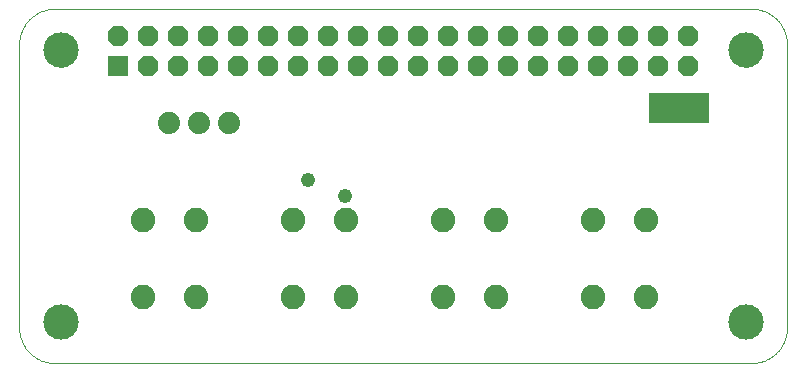
<source format=gbs>
G75*
%MOIN*%
%OFA0B0*%
%FSLAX25Y25*%
%IPPOS*%
%LPD*%
%AMOC8*
5,1,8,0,0,1.08239X$1,22.5*
%
%ADD10R,0.20000X0.10000*%
%ADD11C,0.07400*%
%ADD12C,0.08200*%
%ADD13C,0.00000*%
%ADD14C,0.11824*%
%ADD15R,0.06800X0.06800*%
%ADD16OC8,0.06800*%
%ADD17C,0.04800*%
D10*
X0225000Y0090000D03*
D11*
X0075000Y0085000D03*
X0065000Y0085000D03*
X0055000Y0085000D03*
D12*
X0046100Y0052800D03*
X0063900Y0052800D03*
X0096100Y0052800D03*
X0113900Y0052800D03*
X0146100Y0052800D03*
X0163900Y0052800D03*
X0196100Y0052800D03*
X0213900Y0052800D03*
X0213900Y0027200D03*
X0196100Y0027200D03*
X0163900Y0027200D03*
X0146100Y0027200D03*
X0113900Y0027200D03*
X0096100Y0027200D03*
X0063900Y0027200D03*
X0046100Y0027200D03*
D13*
X0016811Y0005000D02*
X0249094Y0005000D01*
X0249379Y0005003D01*
X0249665Y0005014D01*
X0249950Y0005031D01*
X0250234Y0005055D01*
X0250518Y0005086D01*
X0250801Y0005124D01*
X0251082Y0005169D01*
X0251363Y0005220D01*
X0251643Y0005278D01*
X0251921Y0005343D01*
X0252197Y0005415D01*
X0252471Y0005493D01*
X0252744Y0005578D01*
X0253014Y0005670D01*
X0253282Y0005768D01*
X0253548Y0005872D01*
X0253811Y0005983D01*
X0254071Y0006100D01*
X0254329Y0006223D01*
X0254583Y0006353D01*
X0254834Y0006489D01*
X0255082Y0006630D01*
X0255326Y0006778D01*
X0255567Y0006931D01*
X0255803Y0007091D01*
X0256036Y0007256D01*
X0256265Y0007426D01*
X0256490Y0007602D01*
X0256710Y0007784D01*
X0256926Y0007970D01*
X0257137Y0008162D01*
X0257344Y0008359D01*
X0257546Y0008561D01*
X0257743Y0008768D01*
X0257935Y0008979D01*
X0258121Y0009195D01*
X0258303Y0009415D01*
X0258479Y0009640D01*
X0258649Y0009869D01*
X0258814Y0010102D01*
X0258974Y0010338D01*
X0259127Y0010579D01*
X0259275Y0010823D01*
X0259416Y0011071D01*
X0259552Y0011322D01*
X0259682Y0011576D01*
X0259805Y0011834D01*
X0259922Y0012094D01*
X0260033Y0012357D01*
X0260137Y0012623D01*
X0260235Y0012891D01*
X0260327Y0013161D01*
X0260412Y0013434D01*
X0260490Y0013708D01*
X0260562Y0013984D01*
X0260627Y0014262D01*
X0260685Y0014542D01*
X0260736Y0014823D01*
X0260781Y0015104D01*
X0260819Y0015387D01*
X0260850Y0015671D01*
X0260874Y0015955D01*
X0260891Y0016240D01*
X0260902Y0016526D01*
X0260905Y0016811D01*
X0260906Y0016811D02*
X0260906Y0111299D01*
X0260905Y0111299D02*
X0260902Y0111584D01*
X0260891Y0111870D01*
X0260874Y0112155D01*
X0260850Y0112439D01*
X0260819Y0112723D01*
X0260781Y0113006D01*
X0260736Y0113287D01*
X0260685Y0113568D01*
X0260627Y0113848D01*
X0260562Y0114126D01*
X0260490Y0114402D01*
X0260412Y0114676D01*
X0260327Y0114949D01*
X0260235Y0115219D01*
X0260137Y0115487D01*
X0260033Y0115753D01*
X0259922Y0116016D01*
X0259805Y0116276D01*
X0259682Y0116534D01*
X0259552Y0116788D01*
X0259416Y0117039D01*
X0259275Y0117287D01*
X0259127Y0117531D01*
X0258974Y0117772D01*
X0258814Y0118008D01*
X0258649Y0118241D01*
X0258479Y0118470D01*
X0258303Y0118695D01*
X0258121Y0118915D01*
X0257935Y0119131D01*
X0257743Y0119342D01*
X0257546Y0119549D01*
X0257344Y0119751D01*
X0257137Y0119948D01*
X0256926Y0120140D01*
X0256710Y0120326D01*
X0256490Y0120508D01*
X0256265Y0120684D01*
X0256036Y0120854D01*
X0255803Y0121019D01*
X0255567Y0121179D01*
X0255326Y0121332D01*
X0255082Y0121480D01*
X0254834Y0121621D01*
X0254583Y0121757D01*
X0254329Y0121887D01*
X0254071Y0122010D01*
X0253811Y0122127D01*
X0253548Y0122238D01*
X0253282Y0122342D01*
X0253014Y0122440D01*
X0252744Y0122532D01*
X0252471Y0122617D01*
X0252197Y0122695D01*
X0251921Y0122767D01*
X0251643Y0122832D01*
X0251363Y0122890D01*
X0251082Y0122941D01*
X0250801Y0122986D01*
X0250518Y0123024D01*
X0250234Y0123055D01*
X0249950Y0123079D01*
X0249665Y0123096D01*
X0249379Y0123107D01*
X0249094Y0123110D01*
X0016811Y0123110D01*
X0016526Y0123107D01*
X0016240Y0123096D01*
X0015955Y0123079D01*
X0015671Y0123055D01*
X0015387Y0123024D01*
X0015104Y0122986D01*
X0014823Y0122941D01*
X0014542Y0122890D01*
X0014262Y0122832D01*
X0013984Y0122767D01*
X0013708Y0122695D01*
X0013434Y0122617D01*
X0013161Y0122532D01*
X0012891Y0122440D01*
X0012623Y0122342D01*
X0012357Y0122238D01*
X0012094Y0122127D01*
X0011834Y0122010D01*
X0011576Y0121887D01*
X0011322Y0121757D01*
X0011071Y0121621D01*
X0010823Y0121480D01*
X0010579Y0121332D01*
X0010338Y0121179D01*
X0010102Y0121019D01*
X0009869Y0120854D01*
X0009640Y0120684D01*
X0009415Y0120508D01*
X0009195Y0120326D01*
X0008979Y0120140D01*
X0008768Y0119948D01*
X0008561Y0119751D01*
X0008359Y0119549D01*
X0008162Y0119342D01*
X0007970Y0119131D01*
X0007784Y0118915D01*
X0007602Y0118695D01*
X0007426Y0118470D01*
X0007256Y0118241D01*
X0007091Y0118008D01*
X0006931Y0117772D01*
X0006778Y0117531D01*
X0006630Y0117287D01*
X0006489Y0117039D01*
X0006353Y0116788D01*
X0006223Y0116534D01*
X0006100Y0116276D01*
X0005983Y0116016D01*
X0005872Y0115753D01*
X0005768Y0115487D01*
X0005670Y0115219D01*
X0005578Y0114949D01*
X0005493Y0114676D01*
X0005415Y0114402D01*
X0005343Y0114126D01*
X0005278Y0113848D01*
X0005220Y0113568D01*
X0005169Y0113287D01*
X0005124Y0113006D01*
X0005086Y0112723D01*
X0005055Y0112439D01*
X0005031Y0112155D01*
X0005014Y0111870D01*
X0005003Y0111584D01*
X0005000Y0111299D01*
X0005000Y0016811D01*
X0005003Y0016526D01*
X0005014Y0016240D01*
X0005031Y0015955D01*
X0005055Y0015671D01*
X0005086Y0015387D01*
X0005124Y0015104D01*
X0005169Y0014823D01*
X0005220Y0014542D01*
X0005278Y0014262D01*
X0005343Y0013984D01*
X0005415Y0013708D01*
X0005493Y0013434D01*
X0005578Y0013161D01*
X0005670Y0012891D01*
X0005768Y0012623D01*
X0005872Y0012357D01*
X0005983Y0012094D01*
X0006100Y0011834D01*
X0006223Y0011576D01*
X0006353Y0011322D01*
X0006489Y0011071D01*
X0006630Y0010823D01*
X0006778Y0010579D01*
X0006931Y0010338D01*
X0007091Y0010102D01*
X0007256Y0009869D01*
X0007426Y0009640D01*
X0007602Y0009415D01*
X0007784Y0009195D01*
X0007970Y0008979D01*
X0008162Y0008768D01*
X0008359Y0008561D01*
X0008561Y0008359D01*
X0008768Y0008162D01*
X0008979Y0007970D01*
X0009195Y0007784D01*
X0009415Y0007602D01*
X0009640Y0007426D01*
X0009869Y0007256D01*
X0010102Y0007091D01*
X0010338Y0006931D01*
X0010579Y0006778D01*
X0010823Y0006630D01*
X0011071Y0006489D01*
X0011322Y0006353D01*
X0011576Y0006223D01*
X0011834Y0006100D01*
X0012094Y0005983D01*
X0012357Y0005872D01*
X0012623Y0005768D01*
X0012891Y0005670D01*
X0013161Y0005578D01*
X0013434Y0005493D01*
X0013708Y0005415D01*
X0013984Y0005343D01*
X0014262Y0005278D01*
X0014542Y0005220D01*
X0014823Y0005169D01*
X0015104Y0005124D01*
X0015387Y0005086D01*
X0015671Y0005055D01*
X0015955Y0005031D01*
X0016240Y0005014D01*
X0016526Y0005003D01*
X0016811Y0005000D01*
X0013268Y0018780D02*
X0013270Y0018928D01*
X0013276Y0019076D01*
X0013286Y0019224D01*
X0013300Y0019371D01*
X0013318Y0019518D01*
X0013339Y0019664D01*
X0013365Y0019810D01*
X0013395Y0019955D01*
X0013428Y0020099D01*
X0013466Y0020242D01*
X0013507Y0020384D01*
X0013552Y0020525D01*
X0013600Y0020665D01*
X0013653Y0020804D01*
X0013709Y0020941D01*
X0013769Y0021076D01*
X0013832Y0021210D01*
X0013899Y0021342D01*
X0013970Y0021472D01*
X0014044Y0021600D01*
X0014121Y0021726D01*
X0014202Y0021850D01*
X0014286Y0021972D01*
X0014373Y0022091D01*
X0014464Y0022208D01*
X0014558Y0022323D01*
X0014654Y0022435D01*
X0014754Y0022545D01*
X0014856Y0022651D01*
X0014962Y0022755D01*
X0015070Y0022856D01*
X0015181Y0022954D01*
X0015294Y0023050D01*
X0015410Y0023142D01*
X0015528Y0023231D01*
X0015649Y0023316D01*
X0015772Y0023399D01*
X0015897Y0023478D01*
X0016024Y0023554D01*
X0016153Y0023626D01*
X0016284Y0023695D01*
X0016417Y0023760D01*
X0016552Y0023821D01*
X0016688Y0023879D01*
X0016825Y0023934D01*
X0016964Y0023984D01*
X0017105Y0024031D01*
X0017246Y0024074D01*
X0017389Y0024114D01*
X0017533Y0024149D01*
X0017677Y0024181D01*
X0017823Y0024208D01*
X0017969Y0024232D01*
X0018116Y0024252D01*
X0018263Y0024268D01*
X0018410Y0024280D01*
X0018558Y0024288D01*
X0018706Y0024292D01*
X0018854Y0024292D01*
X0019002Y0024288D01*
X0019150Y0024280D01*
X0019297Y0024268D01*
X0019444Y0024252D01*
X0019591Y0024232D01*
X0019737Y0024208D01*
X0019883Y0024181D01*
X0020027Y0024149D01*
X0020171Y0024114D01*
X0020314Y0024074D01*
X0020455Y0024031D01*
X0020596Y0023984D01*
X0020735Y0023934D01*
X0020872Y0023879D01*
X0021008Y0023821D01*
X0021143Y0023760D01*
X0021276Y0023695D01*
X0021407Y0023626D01*
X0021536Y0023554D01*
X0021663Y0023478D01*
X0021788Y0023399D01*
X0021911Y0023316D01*
X0022032Y0023231D01*
X0022150Y0023142D01*
X0022266Y0023050D01*
X0022379Y0022954D01*
X0022490Y0022856D01*
X0022598Y0022755D01*
X0022704Y0022651D01*
X0022806Y0022545D01*
X0022906Y0022435D01*
X0023002Y0022323D01*
X0023096Y0022208D01*
X0023187Y0022091D01*
X0023274Y0021972D01*
X0023358Y0021850D01*
X0023439Y0021726D01*
X0023516Y0021600D01*
X0023590Y0021472D01*
X0023661Y0021342D01*
X0023728Y0021210D01*
X0023791Y0021076D01*
X0023851Y0020941D01*
X0023907Y0020804D01*
X0023960Y0020665D01*
X0024008Y0020525D01*
X0024053Y0020384D01*
X0024094Y0020242D01*
X0024132Y0020099D01*
X0024165Y0019955D01*
X0024195Y0019810D01*
X0024221Y0019664D01*
X0024242Y0019518D01*
X0024260Y0019371D01*
X0024274Y0019224D01*
X0024284Y0019076D01*
X0024290Y0018928D01*
X0024292Y0018780D01*
X0024290Y0018632D01*
X0024284Y0018484D01*
X0024274Y0018336D01*
X0024260Y0018189D01*
X0024242Y0018042D01*
X0024221Y0017896D01*
X0024195Y0017750D01*
X0024165Y0017605D01*
X0024132Y0017461D01*
X0024094Y0017318D01*
X0024053Y0017176D01*
X0024008Y0017035D01*
X0023960Y0016895D01*
X0023907Y0016756D01*
X0023851Y0016619D01*
X0023791Y0016484D01*
X0023728Y0016350D01*
X0023661Y0016218D01*
X0023590Y0016088D01*
X0023516Y0015960D01*
X0023439Y0015834D01*
X0023358Y0015710D01*
X0023274Y0015588D01*
X0023187Y0015469D01*
X0023096Y0015352D01*
X0023002Y0015237D01*
X0022906Y0015125D01*
X0022806Y0015015D01*
X0022704Y0014909D01*
X0022598Y0014805D01*
X0022490Y0014704D01*
X0022379Y0014606D01*
X0022266Y0014510D01*
X0022150Y0014418D01*
X0022032Y0014329D01*
X0021911Y0014244D01*
X0021788Y0014161D01*
X0021663Y0014082D01*
X0021536Y0014006D01*
X0021407Y0013934D01*
X0021276Y0013865D01*
X0021143Y0013800D01*
X0021008Y0013739D01*
X0020872Y0013681D01*
X0020735Y0013626D01*
X0020596Y0013576D01*
X0020455Y0013529D01*
X0020314Y0013486D01*
X0020171Y0013446D01*
X0020027Y0013411D01*
X0019883Y0013379D01*
X0019737Y0013352D01*
X0019591Y0013328D01*
X0019444Y0013308D01*
X0019297Y0013292D01*
X0019150Y0013280D01*
X0019002Y0013272D01*
X0018854Y0013268D01*
X0018706Y0013268D01*
X0018558Y0013272D01*
X0018410Y0013280D01*
X0018263Y0013292D01*
X0018116Y0013308D01*
X0017969Y0013328D01*
X0017823Y0013352D01*
X0017677Y0013379D01*
X0017533Y0013411D01*
X0017389Y0013446D01*
X0017246Y0013486D01*
X0017105Y0013529D01*
X0016964Y0013576D01*
X0016825Y0013626D01*
X0016688Y0013681D01*
X0016552Y0013739D01*
X0016417Y0013800D01*
X0016284Y0013865D01*
X0016153Y0013934D01*
X0016024Y0014006D01*
X0015897Y0014082D01*
X0015772Y0014161D01*
X0015649Y0014244D01*
X0015528Y0014329D01*
X0015410Y0014418D01*
X0015294Y0014510D01*
X0015181Y0014606D01*
X0015070Y0014704D01*
X0014962Y0014805D01*
X0014856Y0014909D01*
X0014754Y0015015D01*
X0014654Y0015125D01*
X0014558Y0015237D01*
X0014464Y0015352D01*
X0014373Y0015469D01*
X0014286Y0015588D01*
X0014202Y0015710D01*
X0014121Y0015834D01*
X0014044Y0015960D01*
X0013970Y0016088D01*
X0013899Y0016218D01*
X0013832Y0016350D01*
X0013769Y0016484D01*
X0013709Y0016619D01*
X0013653Y0016756D01*
X0013600Y0016895D01*
X0013552Y0017035D01*
X0013507Y0017176D01*
X0013466Y0017318D01*
X0013428Y0017461D01*
X0013395Y0017605D01*
X0013365Y0017750D01*
X0013339Y0017896D01*
X0013318Y0018042D01*
X0013300Y0018189D01*
X0013286Y0018336D01*
X0013276Y0018484D01*
X0013270Y0018632D01*
X0013268Y0018780D01*
X0013268Y0109331D02*
X0013270Y0109479D01*
X0013276Y0109627D01*
X0013286Y0109775D01*
X0013300Y0109922D01*
X0013318Y0110069D01*
X0013339Y0110215D01*
X0013365Y0110361D01*
X0013395Y0110506D01*
X0013428Y0110650D01*
X0013466Y0110793D01*
X0013507Y0110935D01*
X0013552Y0111076D01*
X0013600Y0111216D01*
X0013653Y0111355D01*
X0013709Y0111492D01*
X0013769Y0111627D01*
X0013832Y0111761D01*
X0013899Y0111893D01*
X0013970Y0112023D01*
X0014044Y0112151D01*
X0014121Y0112277D01*
X0014202Y0112401D01*
X0014286Y0112523D01*
X0014373Y0112642D01*
X0014464Y0112759D01*
X0014558Y0112874D01*
X0014654Y0112986D01*
X0014754Y0113096D01*
X0014856Y0113202D01*
X0014962Y0113306D01*
X0015070Y0113407D01*
X0015181Y0113505D01*
X0015294Y0113601D01*
X0015410Y0113693D01*
X0015528Y0113782D01*
X0015649Y0113867D01*
X0015772Y0113950D01*
X0015897Y0114029D01*
X0016024Y0114105D01*
X0016153Y0114177D01*
X0016284Y0114246D01*
X0016417Y0114311D01*
X0016552Y0114372D01*
X0016688Y0114430D01*
X0016825Y0114485D01*
X0016964Y0114535D01*
X0017105Y0114582D01*
X0017246Y0114625D01*
X0017389Y0114665D01*
X0017533Y0114700D01*
X0017677Y0114732D01*
X0017823Y0114759D01*
X0017969Y0114783D01*
X0018116Y0114803D01*
X0018263Y0114819D01*
X0018410Y0114831D01*
X0018558Y0114839D01*
X0018706Y0114843D01*
X0018854Y0114843D01*
X0019002Y0114839D01*
X0019150Y0114831D01*
X0019297Y0114819D01*
X0019444Y0114803D01*
X0019591Y0114783D01*
X0019737Y0114759D01*
X0019883Y0114732D01*
X0020027Y0114700D01*
X0020171Y0114665D01*
X0020314Y0114625D01*
X0020455Y0114582D01*
X0020596Y0114535D01*
X0020735Y0114485D01*
X0020872Y0114430D01*
X0021008Y0114372D01*
X0021143Y0114311D01*
X0021276Y0114246D01*
X0021407Y0114177D01*
X0021536Y0114105D01*
X0021663Y0114029D01*
X0021788Y0113950D01*
X0021911Y0113867D01*
X0022032Y0113782D01*
X0022150Y0113693D01*
X0022266Y0113601D01*
X0022379Y0113505D01*
X0022490Y0113407D01*
X0022598Y0113306D01*
X0022704Y0113202D01*
X0022806Y0113096D01*
X0022906Y0112986D01*
X0023002Y0112874D01*
X0023096Y0112759D01*
X0023187Y0112642D01*
X0023274Y0112523D01*
X0023358Y0112401D01*
X0023439Y0112277D01*
X0023516Y0112151D01*
X0023590Y0112023D01*
X0023661Y0111893D01*
X0023728Y0111761D01*
X0023791Y0111627D01*
X0023851Y0111492D01*
X0023907Y0111355D01*
X0023960Y0111216D01*
X0024008Y0111076D01*
X0024053Y0110935D01*
X0024094Y0110793D01*
X0024132Y0110650D01*
X0024165Y0110506D01*
X0024195Y0110361D01*
X0024221Y0110215D01*
X0024242Y0110069D01*
X0024260Y0109922D01*
X0024274Y0109775D01*
X0024284Y0109627D01*
X0024290Y0109479D01*
X0024292Y0109331D01*
X0024290Y0109183D01*
X0024284Y0109035D01*
X0024274Y0108887D01*
X0024260Y0108740D01*
X0024242Y0108593D01*
X0024221Y0108447D01*
X0024195Y0108301D01*
X0024165Y0108156D01*
X0024132Y0108012D01*
X0024094Y0107869D01*
X0024053Y0107727D01*
X0024008Y0107586D01*
X0023960Y0107446D01*
X0023907Y0107307D01*
X0023851Y0107170D01*
X0023791Y0107035D01*
X0023728Y0106901D01*
X0023661Y0106769D01*
X0023590Y0106639D01*
X0023516Y0106511D01*
X0023439Y0106385D01*
X0023358Y0106261D01*
X0023274Y0106139D01*
X0023187Y0106020D01*
X0023096Y0105903D01*
X0023002Y0105788D01*
X0022906Y0105676D01*
X0022806Y0105566D01*
X0022704Y0105460D01*
X0022598Y0105356D01*
X0022490Y0105255D01*
X0022379Y0105157D01*
X0022266Y0105061D01*
X0022150Y0104969D01*
X0022032Y0104880D01*
X0021911Y0104795D01*
X0021788Y0104712D01*
X0021663Y0104633D01*
X0021536Y0104557D01*
X0021407Y0104485D01*
X0021276Y0104416D01*
X0021143Y0104351D01*
X0021008Y0104290D01*
X0020872Y0104232D01*
X0020735Y0104177D01*
X0020596Y0104127D01*
X0020455Y0104080D01*
X0020314Y0104037D01*
X0020171Y0103997D01*
X0020027Y0103962D01*
X0019883Y0103930D01*
X0019737Y0103903D01*
X0019591Y0103879D01*
X0019444Y0103859D01*
X0019297Y0103843D01*
X0019150Y0103831D01*
X0019002Y0103823D01*
X0018854Y0103819D01*
X0018706Y0103819D01*
X0018558Y0103823D01*
X0018410Y0103831D01*
X0018263Y0103843D01*
X0018116Y0103859D01*
X0017969Y0103879D01*
X0017823Y0103903D01*
X0017677Y0103930D01*
X0017533Y0103962D01*
X0017389Y0103997D01*
X0017246Y0104037D01*
X0017105Y0104080D01*
X0016964Y0104127D01*
X0016825Y0104177D01*
X0016688Y0104232D01*
X0016552Y0104290D01*
X0016417Y0104351D01*
X0016284Y0104416D01*
X0016153Y0104485D01*
X0016024Y0104557D01*
X0015897Y0104633D01*
X0015772Y0104712D01*
X0015649Y0104795D01*
X0015528Y0104880D01*
X0015410Y0104969D01*
X0015294Y0105061D01*
X0015181Y0105157D01*
X0015070Y0105255D01*
X0014962Y0105356D01*
X0014856Y0105460D01*
X0014754Y0105566D01*
X0014654Y0105676D01*
X0014558Y0105788D01*
X0014464Y0105903D01*
X0014373Y0106020D01*
X0014286Y0106139D01*
X0014202Y0106261D01*
X0014121Y0106385D01*
X0014044Y0106511D01*
X0013970Y0106639D01*
X0013899Y0106769D01*
X0013832Y0106901D01*
X0013769Y0107035D01*
X0013709Y0107170D01*
X0013653Y0107307D01*
X0013600Y0107446D01*
X0013552Y0107586D01*
X0013507Y0107727D01*
X0013466Y0107869D01*
X0013428Y0108012D01*
X0013395Y0108156D01*
X0013365Y0108301D01*
X0013339Y0108447D01*
X0013318Y0108593D01*
X0013300Y0108740D01*
X0013286Y0108887D01*
X0013276Y0109035D01*
X0013270Y0109183D01*
X0013268Y0109331D01*
X0241614Y0109331D02*
X0241616Y0109479D01*
X0241622Y0109627D01*
X0241632Y0109775D01*
X0241646Y0109922D01*
X0241664Y0110069D01*
X0241685Y0110215D01*
X0241711Y0110361D01*
X0241741Y0110506D01*
X0241774Y0110650D01*
X0241812Y0110793D01*
X0241853Y0110935D01*
X0241898Y0111076D01*
X0241946Y0111216D01*
X0241999Y0111355D01*
X0242055Y0111492D01*
X0242115Y0111627D01*
X0242178Y0111761D01*
X0242245Y0111893D01*
X0242316Y0112023D01*
X0242390Y0112151D01*
X0242467Y0112277D01*
X0242548Y0112401D01*
X0242632Y0112523D01*
X0242719Y0112642D01*
X0242810Y0112759D01*
X0242904Y0112874D01*
X0243000Y0112986D01*
X0243100Y0113096D01*
X0243202Y0113202D01*
X0243308Y0113306D01*
X0243416Y0113407D01*
X0243527Y0113505D01*
X0243640Y0113601D01*
X0243756Y0113693D01*
X0243874Y0113782D01*
X0243995Y0113867D01*
X0244118Y0113950D01*
X0244243Y0114029D01*
X0244370Y0114105D01*
X0244499Y0114177D01*
X0244630Y0114246D01*
X0244763Y0114311D01*
X0244898Y0114372D01*
X0245034Y0114430D01*
X0245171Y0114485D01*
X0245310Y0114535D01*
X0245451Y0114582D01*
X0245592Y0114625D01*
X0245735Y0114665D01*
X0245879Y0114700D01*
X0246023Y0114732D01*
X0246169Y0114759D01*
X0246315Y0114783D01*
X0246462Y0114803D01*
X0246609Y0114819D01*
X0246756Y0114831D01*
X0246904Y0114839D01*
X0247052Y0114843D01*
X0247200Y0114843D01*
X0247348Y0114839D01*
X0247496Y0114831D01*
X0247643Y0114819D01*
X0247790Y0114803D01*
X0247937Y0114783D01*
X0248083Y0114759D01*
X0248229Y0114732D01*
X0248373Y0114700D01*
X0248517Y0114665D01*
X0248660Y0114625D01*
X0248801Y0114582D01*
X0248942Y0114535D01*
X0249081Y0114485D01*
X0249218Y0114430D01*
X0249354Y0114372D01*
X0249489Y0114311D01*
X0249622Y0114246D01*
X0249753Y0114177D01*
X0249882Y0114105D01*
X0250009Y0114029D01*
X0250134Y0113950D01*
X0250257Y0113867D01*
X0250378Y0113782D01*
X0250496Y0113693D01*
X0250612Y0113601D01*
X0250725Y0113505D01*
X0250836Y0113407D01*
X0250944Y0113306D01*
X0251050Y0113202D01*
X0251152Y0113096D01*
X0251252Y0112986D01*
X0251348Y0112874D01*
X0251442Y0112759D01*
X0251533Y0112642D01*
X0251620Y0112523D01*
X0251704Y0112401D01*
X0251785Y0112277D01*
X0251862Y0112151D01*
X0251936Y0112023D01*
X0252007Y0111893D01*
X0252074Y0111761D01*
X0252137Y0111627D01*
X0252197Y0111492D01*
X0252253Y0111355D01*
X0252306Y0111216D01*
X0252354Y0111076D01*
X0252399Y0110935D01*
X0252440Y0110793D01*
X0252478Y0110650D01*
X0252511Y0110506D01*
X0252541Y0110361D01*
X0252567Y0110215D01*
X0252588Y0110069D01*
X0252606Y0109922D01*
X0252620Y0109775D01*
X0252630Y0109627D01*
X0252636Y0109479D01*
X0252638Y0109331D01*
X0252636Y0109183D01*
X0252630Y0109035D01*
X0252620Y0108887D01*
X0252606Y0108740D01*
X0252588Y0108593D01*
X0252567Y0108447D01*
X0252541Y0108301D01*
X0252511Y0108156D01*
X0252478Y0108012D01*
X0252440Y0107869D01*
X0252399Y0107727D01*
X0252354Y0107586D01*
X0252306Y0107446D01*
X0252253Y0107307D01*
X0252197Y0107170D01*
X0252137Y0107035D01*
X0252074Y0106901D01*
X0252007Y0106769D01*
X0251936Y0106639D01*
X0251862Y0106511D01*
X0251785Y0106385D01*
X0251704Y0106261D01*
X0251620Y0106139D01*
X0251533Y0106020D01*
X0251442Y0105903D01*
X0251348Y0105788D01*
X0251252Y0105676D01*
X0251152Y0105566D01*
X0251050Y0105460D01*
X0250944Y0105356D01*
X0250836Y0105255D01*
X0250725Y0105157D01*
X0250612Y0105061D01*
X0250496Y0104969D01*
X0250378Y0104880D01*
X0250257Y0104795D01*
X0250134Y0104712D01*
X0250009Y0104633D01*
X0249882Y0104557D01*
X0249753Y0104485D01*
X0249622Y0104416D01*
X0249489Y0104351D01*
X0249354Y0104290D01*
X0249218Y0104232D01*
X0249081Y0104177D01*
X0248942Y0104127D01*
X0248801Y0104080D01*
X0248660Y0104037D01*
X0248517Y0103997D01*
X0248373Y0103962D01*
X0248229Y0103930D01*
X0248083Y0103903D01*
X0247937Y0103879D01*
X0247790Y0103859D01*
X0247643Y0103843D01*
X0247496Y0103831D01*
X0247348Y0103823D01*
X0247200Y0103819D01*
X0247052Y0103819D01*
X0246904Y0103823D01*
X0246756Y0103831D01*
X0246609Y0103843D01*
X0246462Y0103859D01*
X0246315Y0103879D01*
X0246169Y0103903D01*
X0246023Y0103930D01*
X0245879Y0103962D01*
X0245735Y0103997D01*
X0245592Y0104037D01*
X0245451Y0104080D01*
X0245310Y0104127D01*
X0245171Y0104177D01*
X0245034Y0104232D01*
X0244898Y0104290D01*
X0244763Y0104351D01*
X0244630Y0104416D01*
X0244499Y0104485D01*
X0244370Y0104557D01*
X0244243Y0104633D01*
X0244118Y0104712D01*
X0243995Y0104795D01*
X0243874Y0104880D01*
X0243756Y0104969D01*
X0243640Y0105061D01*
X0243527Y0105157D01*
X0243416Y0105255D01*
X0243308Y0105356D01*
X0243202Y0105460D01*
X0243100Y0105566D01*
X0243000Y0105676D01*
X0242904Y0105788D01*
X0242810Y0105903D01*
X0242719Y0106020D01*
X0242632Y0106139D01*
X0242548Y0106261D01*
X0242467Y0106385D01*
X0242390Y0106511D01*
X0242316Y0106639D01*
X0242245Y0106769D01*
X0242178Y0106901D01*
X0242115Y0107035D01*
X0242055Y0107170D01*
X0241999Y0107307D01*
X0241946Y0107446D01*
X0241898Y0107586D01*
X0241853Y0107727D01*
X0241812Y0107869D01*
X0241774Y0108012D01*
X0241741Y0108156D01*
X0241711Y0108301D01*
X0241685Y0108447D01*
X0241664Y0108593D01*
X0241646Y0108740D01*
X0241632Y0108887D01*
X0241622Y0109035D01*
X0241616Y0109183D01*
X0241614Y0109331D01*
X0241614Y0018780D02*
X0241616Y0018928D01*
X0241622Y0019076D01*
X0241632Y0019224D01*
X0241646Y0019371D01*
X0241664Y0019518D01*
X0241685Y0019664D01*
X0241711Y0019810D01*
X0241741Y0019955D01*
X0241774Y0020099D01*
X0241812Y0020242D01*
X0241853Y0020384D01*
X0241898Y0020525D01*
X0241946Y0020665D01*
X0241999Y0020804D01*
X0242055Y0020941D01*
X0242115Y0021076D01*
X0242178Y0021210D01*
X0242245Y0021342D01*
X0242316Y0021472D01*
X0242390Y0021600D01*
X0242467Y0021726D01*
X0242548Y0021850D01*
X0242632Y0021972D01*
X0242719Y0022091D01*
X0242810Y0022208D01*
X0242904Y0022323D01*
X0243000Y0022435D01*
X0243100Y0022545D01*
X0243202Y0022651D01*
X0243308Y0022755D01*
X0243416Y0022856D01*
X0243527Y0022954D01*
X0243640Y0023050D01*
X0243756Y0023142D01*
X0243874Y0023231D01*
X0243995Y0023316D01*
X0244118Y0023399D01*
X0244243Y0023478D01*
X0244370Y0023554D01*
X0244499Y0023626D01*
X0244630Y0023695D01*
X0244763Y0023760D01*
X0244898Y0023821D01*
X0245034Y0023879D01*
X0245171Y0023934D01*
X0245310Y0023984D01*
X0245451Y0024031D01*
X0245592Y0024074D01*
X0245735Y0024114D01*
X0245879Y0024149D01*
X0246023Y0024181D01*
X0246169Y0024208D01*
X0246315Y0024232D01*
X0246462Y0024252D01*
X0246609Y0024268D01*
X0246756Y0024280D01*
X0246904Y0024288D01*
X0247052Y0024292D01*
X0247200Y0024292D01*
X0247348Y0024288D01*
X0247496Y0024280D01*
X0247643Y0024268D01*
X0247790Y0024252D01*
X0247937Y0024232D01*
X0248083Y0024208D01*
X0248229Y0024181D01*
X0248373Y0024149D01*
X0248517Y0024114D01*
X0248660Y0024074D01*
X0248801Y0024031D01*
X0248942Y0023984D01*
X0249081Y0023934D01*
X0249218Y0023879D01*
X0249354Y0023821D01*
X0249489Y0023760D01*
X0249622Y0023695D01*
X0249753Y0023626D01*
X0249882Y0023554D01*
X0250009Y0023478D01*
X0250134Y0023399D01*
X0250257Y0023316D01*
X0250378Y0023231D01*
X0250496Y0023142D01*
X0250612Y0023050D01*
X0250725Y0022954D01*
X0250836Y0022856D01*
X0250944Y0022755D01*
X0251050Y0022651D01*
X0251152Y0022545D01*
X0251252Y0022435D01*
X0251348Y0022323D01*
X0251442Y0022208D01*
X0251533Y0022091D01*
X0251620Y0021972D01*
X0251704Y0021850D01*
X0251785Y0021726D01*
X0251862Y0021600D01*
X0251936Y0021472D01*
X0252007Y0021342D01*
X0252074Y0021210D01*
X0252137Y0021076D01*
X0252197Y0020941D01*
X0252253Y0020804D01*
X0252306Y0020665D01*
X0252354Y0020525D01*
X0252399Y0020384D01*
X0252440Y0020242D01*
X0252478Y0020099D01*
X0252511Y0019955D01*
X0252541Y0019810D01*
X0252567Y0019664D01*
X0252588Y0019518D01*
X0252606Y0019371D01*
X0252620Y0019224D01*
X0252630Y0019076D01*
X0252636Y0018928D01*
X0252638Y0018780D01*
X0252636Y0018632D01*
X0252630Y0018484D01*
X0252620Y0018336D01*
X0252606Y0018189D01*
X0252588Y0018042D01*
X0252567Y0017896D01*
X0252541Y0017750D01*
X0252511Y0017605D01*
X0252478Y0017461D01*
X0252440Y0017318D01*
X0252399Y0017176D01*
X0252354Y0017035D01*
X0252306Y0016895D01*
X0252253Y0016756D01*
X0252197Y0016619D01*
X0252137Y0016484D01*
X0252074Y0016350D01*
X0252007Y0016218D01*
X0251936Y0016088D01*
X0251862Y0015960D01*
X0251785Y0015834D01*
X0251704Y0015710D01*
X0251620Y0015588D01*
X0251533Y0015469D01*
X0251442Y0015352D01*
X0251348Y0015237D01*
X0251252Y0015125D01*
X0251152Y0015015D01*
X0251050Y0014909D01*
X0250944Y0014805D01*
X0250836Y0014704D01*
X0250725Y0014606D01*
X0250612Y0014510D01*
X0250496Y0014418D01*
X0250378Y0014329D01*
X0250257Y0014244D01*
X0250134Y0014161D01*
X0250009Y0014082D01*
X0249882Y0014006D01*
X0249753Y0013934D01*
X0249622Y0013865D01*
X0249489Y0013800D01*
X0249354Y0013739D01*
X0249218Y0013681D01*
X0249081Y0013626D01*
X0248942Y0013576D01*
X0248801Y0013529D01*
X0248660Y0013486D01*
X0248517Y0013446D01*
X0248373Y0013411D01*
X0248229Y0013379D01*
X0248083Y0013352D01*
X0247937Y0013328D01*
X0247790Y0013308D01*
X0247643Y0013292D01*
X0247496Y0013280D01*
X0247348Y0013272D01*
X0247200Y0013268D01*
X0247052Y0013268D01*
X0246904Y0013272D01*
X0246756Y0013280D01*
X0246609Y0013292D01*
X0246462Y0013308D01*
X0246315Y0013328D01*
X0246169Y0013352D01*
X0246023Y0013379D01*
X0245879Y0013411D01*
X0245735Y0013446D01*
X0245592Y0013486D01*
X0245451Y0013529D01*
X0245310Y0013576D01*
X0245171Y0013626D01*
X0245034Y0013681D01*
X0244898Y0013739D01*
X0244763Y0013800D01*
X0244630Y0013865D01*
X0244499Y0013934D01*
X0244370Y0014006D01*
X0244243Y0014082D01*
X0244118Y0014161D01*
X0243995Y0014244D01*
X0243874Y0014329D01*
X0243756Y0014418D01*
X0243640Y0014510D01*
X0243527Y0014606D01*
X0243416Y0014704D01*
X0243308Y0014805D01*
X0243202Y0014909D01*
X0243100Y0015015D01*
X0243000Y0015125D01*
X0242904Y0015237D01*
X0242810Y0015352D01*
X0242719Y0015469D01*
X0242632Y0015588D01*
X0242548Y0015710D01*
X0242467Y0015834D01*
X0242390Y0015960D01*
X0242316Y0016088D01*
X0242245Y0016218D01*
X0242178Y0016350D01*
X0242115Y0016484D01*
X0242055Y0016619D01*
X0241999Y0016756D01*
X0241946Y0016895D01*
X0241898Y0017035D01*
X0241853Y0017176D01*
X0241812Y0017318D01*
X0241774Y0017461D01*
X0241741Y0017605D01*
X0241711Y0017750D01*
X0241685Y0017896D01*
X0241664Y0018042D01*
X0241646Y0018189D01*
X0241632Y0018336D01*
X0241622Y0018484D01*
X0241616Y0018632D01*
X0241614Y0018780D01*
D14*
X0247126Y0018780D03*
X0247126Y0109331D03*
X0018780Y0109331D03*
X0018780Y0018780D03*
D15*
X0037835Y0104016D03*
D16*
X0047835Y0104016D03*
X0057835Y0104016D03*
X0067835Y0104016D03*
X0077835Y0104016D03*
X0087835Y0104016D03*
X0097835Y0104016D03*
X0107835Y0104016D03*
X0117835Y0104016D03*
X0127835Y0104016D03*
X0137835Y0104016D03*
X0147835Y0104016D03*
X0157835Y0104016D03*
X0167835Y0104016D03*
X0177835Y0104016D03*
X0187835Y0104016D03*
X0197835Y0104016D03*
X0207835Y0104016D03*
X0217835Y0104016D03*
X0227835Y0104016D03*
X0227835Y0114016D03*
X0217835Y0114016D03*
X0207835Y0114016D03*
X0197835Y0114016D03*
X0187835Y0114016D03*
X0177835Y0114016D03*
X0167835Y0114016D03*
X0157835Y0114016D03*
X0147835Y0114016D03*
X0137835Y0114016D03*
X0127835Y0114016D03*
X0117835Y0114016D03*
X0107835Y0114016D03*
X0097835Y0114016D03*
X0087835Y0114016D03*
X0077835Y0114016D03*
X0067835Y0114016D03*
X0057835Y0114016D03*
X0047835Y0114016D03*
X0037835Y0114016D03*
D17*
X0101100Y0066000D03*
X0113700Y0060600D03*
M02*

</source>
